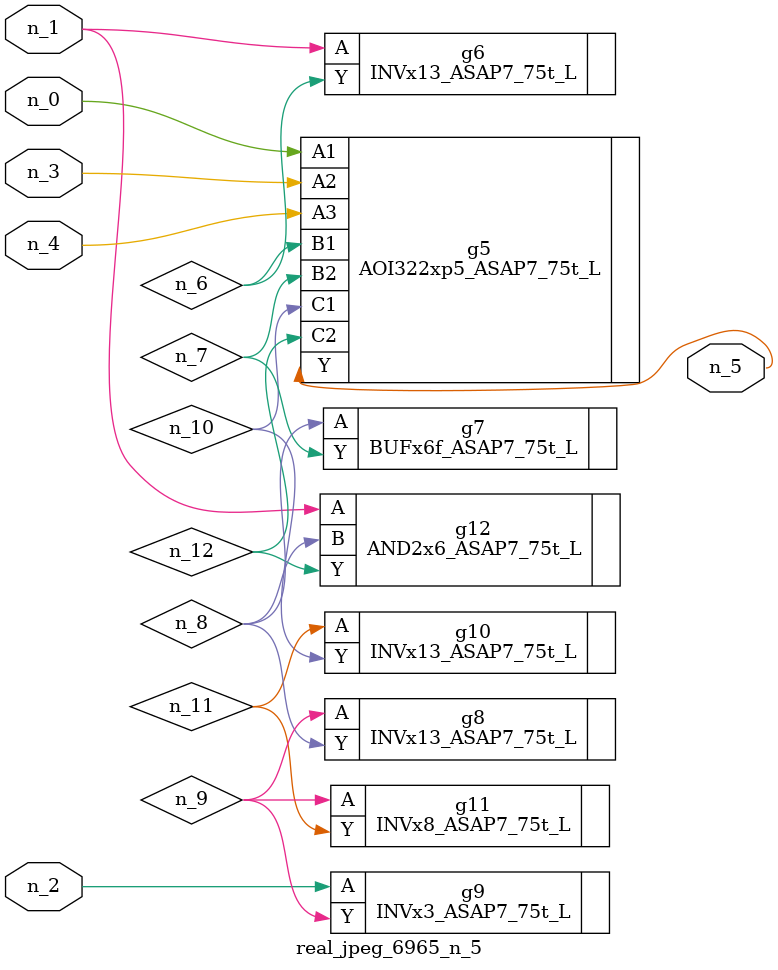
<source format=v>
module real_jpeg_6965_n_5 (n_4, n_0, n_1, n_2, n_3, n_5);

input n_4;
input n_0;
input n_1;
input n_2;
input n_3;

output n_5;

wire n_12;
wire n_8;
wire n_11;
wire n_6;
wire n_7;
wire n_10;
wire n_9;

AOI322xp5_ASAP7_75t_L g5 ( 
.A1(n_0),
.A2(n_3),
.A3(n_4),
.B1(n_6),
.B2(n_7),
.C1(n_10),
.C2(n_12),
.Y(n_5)
);

INVx13_ASAP7_75t_L g6 ( 
.A(n_1),
.Y(n_6)
);

AND2x6_ASAP7_75t_L g12 ( 
.A(n_1),
.B(n_8),
.Y(n_12)
);

INVx3_ASAP7_75t_L g9 ( 
.A(n_2),
.Y(n_9)
);

BUFx6f_ASAP7_75t_L g7 ( 
.A(n_8),
.Y(n_7)
);

INVx13_ASAP7_75t_L g8 ( 
.A(n_9),
.Y(n_8)
);

INVx8_ASAP7_75t_L g11 ( 
.A(n_9),
.Y(n_11)
);

INVx13_ASAP7_75t_L g10 ( 
.A(n_11),
.Y(n_10)
);


endmodule
</source>
